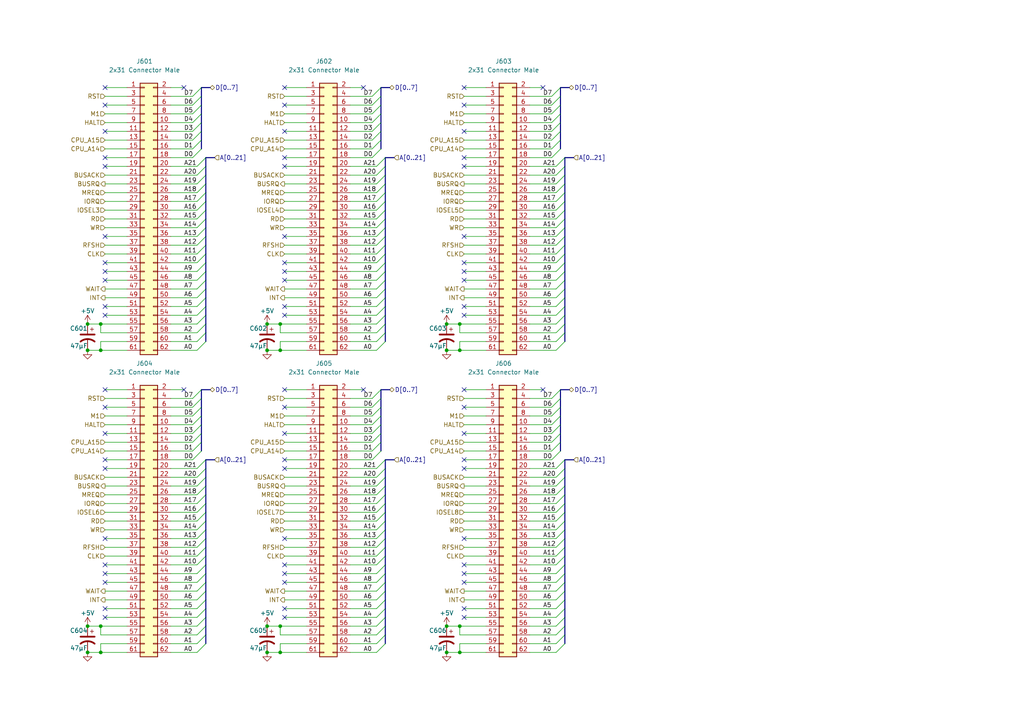
<source format=kicad_sch>
(kicad_sch (version 20211123) (generator eeschema)
  (paper "A4")
  (title_block (title "Computer") (date "2021-02-23") (rev "v1.0") (company "B.W. Harrison") (comment 4 "Six 62-pin connectors for expanding the functionality of the system."))
  (junction (at 25.4 189.23))
  (junction (at 133.35 93.98))
  (junction (at 81.28 93.98))
  (junction (at 81.28 181.61))
  (junction (at 77.47 101.6))
  (junction (at 29.21 101.6))
  (junction (at 25.4 181.61))
  (junction (at 133.35 181.61))
  (junction (at 129.54 189.23))
  (junction (at 129.54 101.6))
  (junction (at 25.4 93.98))
  (junction (at 29.21 181.61))
  (junction (at 25.4 101.6))
  (junction (at 81.28 189.23))
  (junction (at 81.28 101.6))
  (junction (at 77.47 181.61))
  (junction (at 129.54 93.98))
  (junction (at 29.21 93.98))
  (junction (at 77.47 93.98))
  (junction (at 133.35 101.6))
  (junction (at 29.21 189.23))
  (junction (at 129.54 181.61))
  (junction (at 133.35 189.23))
  (junction (at 77.47 189.23))
  (no_connect (at 30.48 76.2))
  (no_connect (at 82.55 48.26))
  (no_connect (at 134.62 125.73))
  (no_connect (at 82.55 78.74))
  (no_connect (at 82.55 168.91))
  (no_connect (at 30.48 133.35))
  (no_connect (at 82.55 38.1))
  (no_connect (at 30.48 125.73))
  (no_connect (at 30.48 113.03))
  (no_connect (at 30.48 25.4))
  (no_connect (at 157.48 113.03))
  (no_connect (at 134.62 168.91))
  (no_connect (at 30.48 88.9))
  (no_connect (at 82.55 91.44))
  (no_connect (at 82.55 76.2))
  (no_connect (at 30.48 166.37))
  (no_connect (at 134.62 133.35))
  (no_connect (at 53.34 113.03))
  (no_connect (at 82.55 135.89))
  (no_connect (at 134.62 45.72))
  (no_connect (at 82.55 156.21))
  (no_connect (at 134.62 179.07))
  (no_connect (at 30.48 30.48))
  (no_connect (at 30.48 91.44))
  (no_connect (at 134.62 25.4))
  (no_connect (at 134.62 38.1))
  (no_connect (at 134.62 81.28))
  (no_connect (at 30.48 78.74))
  (no_connect (at 134.62 135.89))
  (no_connect (at 134.62 68.58))
  (no_connect (at 134.62 48.26))
  (no_connect (at 82.55 68.58))
  (no_connect (at 30.48 168.91))
  (no_connect (at 134.62 118.11))
  (no_connect (at 82.55 30.48))
  (no_connect (at 82.55 179.07))
  (no_connect (at 82.55 176.53))
  (no_connect (at 134.62 176.53))
  (no_connect (at 53.34 25.4))
  (no_connect (at 82.55 166.37))
  (no_connect (at 82.55 81.28))
  (no_connect (at 30.48 45.72))
  (no_connect (at 30.48 118.11))
  (no_connect (at 82.55 25.4))
  (no_connect (at 30.48 135.89))
  (no_connect (at 30.48 48.26))
  (no_connect (at 134.62 166.37))
  (no_connect (at 82.55 125.73))
  (no_connect (at 30.48 68.58))
  (no_connect (at 105.41 113.03))
  (no_connect (at 157.48 25.4))
  (no_connect (at 134.62 113.03))
  (no_connect (at 134.62 88.9))
  (no_connect (at 30.48 156.21))
  (no_connect (at 30.48 81.28))
  (no_connect (at 134.62 163.83))
  (no_connect (at 82.55 163.83))
  (no_connect (at 30.48 176.53))
  (no_connect (at 134.62 78.74))
  (no_connect (at 82.55 45.72))
  (no_connect (at 134.62 76.2))
  (no_connect (at 105.41 25.4))
  (no_connect (at 82.55 133.35))
  (no_connect (at 82.55 113.03))
  (no_connect (at 30.48 179.07))
  (no_connect (at 134.62 30.48))
  (no_connect (at 30.48 38.1))
  (no_connect (at 134.62 91.44))
  (no_connect (at 82.55 88.9))
  (no_connect (at 30.48 163.83))
  (no_connect (at 82.55 118.11))
  (no_connect (at 134.62 156.21))
  (bus_entry (at 57.15 140.97) (size 2.54 -2.54))
  (bus_entry (at 107.95 30.48) (size 2.54 -2.54))
  (bus_entry (at 107.95 115.57) (size 2.54 -2.54))
  (bus_entry (at 107.95 120.65) (size 2.54 -2.54))
  (bus_entry (at 55.88 40.64) (size 2.54 -2.54))
  (bus_entry (at 57.15 73.66) (size 2.54 -2.54))
  (bus_entry (at 109.22 93.98) (size 2.54 -2.54))
  (bus_entry (at 57.15 156.21) (size 2.54 -2.54))
  (bus_entry (at 107.95 40.64) (size 2.54 -2.54))
  (bus_entry (at 160.02 133.35) (size 2.54 -2.54))
  (bus_entry (at 161.29 55.88) (size 2.54 -2.54))
  (bus_entry (at 161.29 173.99) (size 2.54 -2.54))
  (bus_entry (at 57.15 76.2) (size 2.54 -2.54))
  (bus_entry (at 57.15 99.06) (size 2.54 -2.54))
  (bus_entry (at 109.22 88.9) (size 2.54 -2.54))
  (bus_entry (at 161.29 171.45) (size 2.54 -2.54))
  (bus_entry (at 160.02 125.73) (size 2.54 -2.54))
  (bus_entry (at 107.95 123.19) (size 2.54 -2.54))
  (bus_entry (at 55.88 130.81) (size 2.54 -2.54))
  (bus_entry (at 161.29 148.59) (size 2.54 -2.54))
  (bus_entry (at 161.29 161.29) (size 2.54 -2.54))
  (bus_entry (at 107.95 33.02) (size 2.54 -2.54))
  (bus_entry (at 55.88 115.57) (size 2.54 -2.54))
  (bus_entry (at 57.15 60.96) (size 2.54 -2.54))
  (bus_entry (at 57.15 158.75) (size 2.54 -2.54))
  (bus_entry (at 161.29 156.21) (size 2.54 -2.54))
  (bus_entry (at 160.02 120.65) (size 2.54 -2.54))
  (bus_entry (at 57.15 93.98) (size 2.54 -2.54))
  (bus_entry (at 161.29 176.53) (size 2.54 -2.54))
  (bus_entry (at 57.15 168.91) (size 2.54 -2.54))
  (bus_entry (at 160.02 130.81) (size 2.54 -2.54))
  (bus_entry (at 161.29 86.36) (size 2.54 -2.54))
  (bus_entry (at 107.95 35.56) (size 2.54 -2.54))
  (bus_entry (at 57.15 78.74) (size 2.54 -2.54))
  (bus_entry (at 161.29 163.83) (size 2.54 -2.54))
  (bus_entry (at 109.22 66.04) (size 2.54 -2.54))
  (bus_entry (at 161.29 63.5) (size 2.54 -2.54))
  (bus_entry (at 57.15 153.67) (size 2.54 -2.54))
  (bus_entry (at 109.22 60.96) (size 2.54 -2.54))
  (bus_entry (at 57.15 88.9) (size 2.54 -2.54))
  (bus_entry (at 109.22 161.29) (size 2.54 -2.54))
  (bus_entry (at 161.29 166.37) (size 2.54 -2.54))
  (bus_entry (at 57.15 81.28) (size 2.54 -2.54))
  (bus_entry (at 55.88 118.11) (size 2.54 -2.54))
  (bus_entry (at 57.15 91.44) (size 2.54 -2.54))
  (bus_entry (at 109.22 53.34) (size 2.54 -2.54))
  (bus_entry (at 109.22 78.74) (size 2.54 -2.54))
  (bus_entry (at 161.29 81.28) (size 2.54 -2.54))
  (bus_entry (at 160.02 43.18) (size 2.54 -2.54))
  (bus_entry (at 109.22 179.07) (size 2.54 -2.54))
  (bus_entry (at 160.02 27.94) (size 2.54 -2.54))
  (bus_entry (at 109.22 151.13) (size 2.54 -2.54))
  (bus_entry (at 57.15 66.04) (size 2.54 -2.54))
  (bus_entry (at 161.29 66.04) (size 2.54 -2.54))
  (bus_entry (at 109.22 58.42) (size 2.54 -2.54))
  (bus_entry (at 109.22 55.88) (size 2.54 -2.54))
  (bus_entry (at 55.88 33.02) (size 2.54 -2.54))
  (bus_entry (at 161.29 60.96) (size 2.54 -2.54))
  (bus_entry (at 109.22 166.37) (size 2.54 -2.54))
  (bus_entry (at 109.22 153.67) (size 2.54 -2.54))
  (bus_entry (at 109.22 83.82) (size 2.54 -2.54))
  (bus_entry (at 109.22 76.2) (size 2.54 -2.54))
  (bus_entry (at 57.15 176.53) (size 2.54 -2.54))
  (bus_entry (at 57.15 83.82) (size 2.54 -2.54))
  (bus_entry (at 161.29 184.15) (size 2.54 -2.54))
  (bus_entry (at 161.29 186.69) (size 2.54 -2.54))
  (bus_entry (at 160.02 115.57) (size 2.54 -2.54))
  (bus_entry (at 161.29 91.44) (size 2.54 -2.54))
  (bus_entry (at 109.22 181.61) (size 2.54 -2.54))
  (bus_entry (at 55.88 120.65) (size 2.54 -2.54))
  (bus_entry (at 161.29 88.9) (size 2.54 -2.54))
  (bus_entry (at 109.22 173.99) (size 2.54 -2.54))
  (bus_entry (at 57.15 48.26) (size 2.54 -2.54))
  (bus_entry (at 161.29 101.6) (size 2.54 -2.54))
  (bus_entry (at 55.88 45.72) (size 2.54 -2.54))
  (bus_entry (at 161.29 50.8) (size 2.54 -2.54))
  (bus_entry (at 57.15 163.83) (size 2.54 -2.54))
  (bus_entry (at 57.15 58.42) (size 2.54 -2.54))
  (bus_entry (at 57.15 68.58) (size 2.54 -2.54))
  (bus_entry (at 107.95 125.73) (size 2.54 -2.54))
  (bus_entry (at 55.88 38.1) (size 2.54 -2.54))
  (bus_entry (at 109.22 86.36) (size 2.54 -2.54))
  (bus_entry (at 57.15 55.88) (size 2.54 -2.54))
  (bus_entry (at 109.22 186.69) (size 2.54 -2.54))
  (bus_entry (at 57.15 189.23) (size 2.54 -2.54))
  (bus_entry (at 160.02 38.1) (size 2.54 -2.54))
  (bus_entry (at 160.02 118.11) (size 2.54 -2.54))
  (bus_entry (at 55.88 128.27) (size 2.54 -2.54))
  (bus_entry (at 57.15 179.07) (size 2.54 -2.54))
  (bus_entry (at 161.29 146.05) (size 2.54 -2.54))
  (bus_entry (at 55.88 35.56) (size 2.54 -2.54))
  (bus_entry (at 161.29 99.06) (size 2.54 -2.54))
  (bus_entry (at 161.29 48.26) (size 2.54 -2.54))
  (bus_entry (at 57.15 63.5) (size 2.54 -2.54))
  (bus_entry (at 161.29 158.75) (size 2.54 -2.54))
  (bus_entry (at 57.15 148.59) (size 2.54 -2.54))
  (bus_entry (at 161.29 143.51) (size 2.54 -2.54))
  (bus_entry (at 57.15 101.6) (size 2.54 -2.54))
  (bus_entry (at 107.95 45.72) (size 2.54 -2.54))
  (bus_entry (at 57.15 151.13) (size 2.54 -2.54))
  (bus_entry (at 57.15 135.89) (size 2.54 -2.54))
  (bus_entry (at 55.88 125.73) (size 2.54 -2.54))
  (bus_entry (at 57.15 171.45) (size 2.54 -2.54))
  (bus_entry (at 161.29 151.13) (size 2.54 -2.54))
  (bus_entry (at 57.15 181.61) (size 2.54 -2.54))
  (bus_entry (at 160.02 33.02) (size 2.54 -2.54))
  (bus_entry (at 160.02 45.72) (size 2.54 -2.54))
  (bus_entry (at 57.15 96.52) (size 2.54 -2.54))
  (bus_entry (at 161.29 58.42) (size 2.54 -2.54))
  (bus_entry (at 161.29 96.52) (size 2.54 -2.54))
  (bus_entry (at 107.95 38.1) (size 2.54 -2.54))
  (bus_entry (at 109.22 143.51) (size 2.54 -2.54))
  (bus_entry (at 109.22 71.12) (size 2.54 -2.54))
  (bus_entry (at 161.29 53.34) (size 2.54 -2.54))
  (bus_entry (at 109.22 81.28) (size 2.54 -2.54))
  (bus_entry (at 57.15 173.99) (size 2.54 -2.54))
  (bus_entry (at 109.22 156.21) (size 2.54 -2.54))
  (bus_entry (at 109.22 96.52) (size 2.54 -2.54))
  (bus_entry (at 109.22 146.05) (size 2.54 -2.54))
  (bus_entry (at 161.29 93.98) (size 2.54 -2.54))
  (bus_entry (at 161.29 73.66) (size 2.54 -2.54))
  (bus_entry (at 55.88 123.19) (size 2.54 -2.54))
  (bus_entry (at 160.02 35.56) (size 2.54 -2.54))
  (bus_entry (at 160.02 128.27) (size 2.54 -2.54))
  (bus_entry (at 109.22 50.8) (size 2.54 -2.54))
  (bus_entry (at 107.95 133.35) (size 2.54 -2.54))
  (bus_entry (at 57.15 86.36) (size 2.54 -2.54))
  (bus_entry (at 109.22 171.45) (size 2.54 -2.54))
  (bus_entry (at 57.15 166.37) (size 2.54 -2.54))
  (bus_entry (at 109.22 68.58) (size 2.54 -2.54))
  (bus_entry (at 109.22 63.5) (size 2.54 -2.54))
  (bus_entry (at 161.29 140.97) (size 2.54 -2.54))
  (bus_entry (at 161.29 71.12) (size 2.54 -2.54))
  (bus_entry (at 109.22 73.66) (size 2.54 -2.54))
  (bus_entry (at 57.15 138.43) (size 2.54 -2.54))
  (bus_entry (at 107.95 43.18) (size 2.54 -2.54))
  (bus_entry (at 109.22 91.44) (size 2.54 -2.54))
  (bus_entry (at 109.22 135.89) (size 2.54 -2.54))
  (bus_entry (at 57.15 184.15) (size 2.54 -2.54))
  (bus_entry (at 57.15 146.05) (size 2.54 -2.54))
  (bus_entry (at 109.22 148.59) (size 2.54 -2.54))
  (bus_entry (at 57.15 143.51) (size 2.54 -2.54))
  (bus_entry (at 161.29 68.58) (size 2.54 -2.54))
  (bus_entry (at 160.02 40.64) (size 2.54 -2.54))
  (bus_entry (at 107.95 130.81) (size 2.54 -2.54))
  (bus_entry (at 57.15 50.8) (size 2.54 -2.54))
  (bus_entry (at 57.15 71.12) (size 2.54 -2.54))
  (bus_entry (at 107.95 118.11) (size 2.54 -2.54))
  (bus_entry (at 55.88 43.18) (size 2.54 -2.54))
  (bus_entry (at 57.15 161.29) (size 2.54 -2.54))
  (bus_entry (at 109.22 99.06) (size 2.54 -2.54))
  (bus_entry (at 55.88 30.48) (size 2.54 -2.54))
  (bus_entry (at 161.29 181.61) (size 2.54 -2.54))
  (bus_entry (at 55.88 27.94) (size 2.54 -2.54))
  (bus_entry (at 109.22 158.75) (size 2.54 -2.54))
  (bus_entry (at 161.29 138.43) (size 2.54 -2.54))
  (bus_entry (at 55.88 133.35) (size 2.54 -2.54))
  (bus_entry (at 161.29 179.07) (size 2.54 -2.54))
  (bus_entry (at 160.02 123.19) (size 2.54 -2.54))
  (bus_entry (at 107.95 27.94) (size 2.54 -2.54))
  (bus_entry (at 161.29 76.2) (size 2.54 -2.54))
  (bus_entry (at 109.22 176.53) (size 2.54 -2.54))
  (bus_entry (at 161.29 78.74) (size 2.54 -2.54))
  (bus_entry (at 109.22 48.26) (size 2.54 -2.54))
  (bus_entry (at 57.15 53.34) (size 2.54 -2.54))
  (bus_entry (at 57.15 186.69) (size 2.54 -2.54))
  (bus_entry (at 107.95 128.27) (size 2.54 -2.54))
  (bus_entry (at 161.29 83.82) (size 2.54 -2.54))
  (bus_entry (at 109.22 184.15) (size 2.54 -2.54))
  (bus_entry (at 109.22 168.91) (size 2.54 -2.54))
  (bus_entry (at 161.29 189.23) (size 2.54 -2.54))
  (bus_entry (at 109.22 138.43) (size 2.54 -2.54))
  (bus_entry (at 161.29 153.67) (size 2.54 -2.54))
  (bus_entry (at 109.22 189.23) (size 2.54 -2.54))
  (bus_entry (at 160.02 30.48) (size 2.54 -2.54))
  (bus_entry (at 161.29 135.89) (size 2.54 -2.54))
  (bus_entry (at 109.22 140.97) (size 2.54 -2.54))
  (bus_entry (at 109.22 101.6) (size 2.54 -2.54))
  (bus_entry (at 161.29 168.91) (size 2.54 -2.54))
  (bus_entry (at 109.22 163.83) (size 2.54 -2.54))
  (bus (pts (xy 59.69 50.8) (xy 59.69 53.34)))
  (wire (pts (xy 30.48 153.67) (xy 36.83 153.67)))
  (bus (pts (xy 163.83 76.2) (xy 163.83 78.74)))
  (wire (pts (xy 30.48 68.58) (xy 36.83 68.58)))
  (wire (pts (xy 49.53 158.75) (xy 57.15 158.75)))
  (bus (pts (xy 163.83 58.42) (xy 163.83 60.96)))
  (wire (pts (xy 101.6 168.91) (xy 109.22 168.91)))
  (bus (pts (xy 162.56 113.03) (xy 165.1 113.03)))
  (wire (pts (xy 153.67 113.03) (xy 157.48 113.03)))
  (bus (pts (xy 163.83 45.72) (xy 166.37 45.72)))
  (wire (pts (xy 30.48 73.66) (xy 36.83 73.66)))
  (wire (pts (xy 134.62 33.02) (xy 140.97 33.02)))
  (bus (pts (xy 59.69 158.75) (xy 59.69 161.29)))
  (bus (pts (xy 162.56 118.11) (xy 162.56 120.65)))
  (wire (pts (xy 153.67 163.83) (xy 161.29 163.83)))
  (wire (pts (xy 30.48 179.07) (xy 36.83 179.07)))
  (bus (pts (xy 58.42 120.65) (xy 58.42 123.19)))
  (wire (pts (xy 134.62 156.21) (xy 140.97 156.21)))
  (wire (pts (xy 153.67 71.12) (xy 161.29 71.12)))
  (wire (pts (xy 134.62 130.81) (xy 140.97 130.81)))
  (wire (pts (xy 134.62 86.36) (xy 140.97 86.36)))
  (wire (pts (xy 153.67 128.27) (xy 160.02 128.27)))
  (wire (pts (xy 30.48 135.89) (xy 36.83 135.89)))
  (wire (pts (xy 49.53 43.18) (xy 55.88 43.18)))
  (wire (pts (xy 134.62 81.28) (xy 140.97 81.28)))
  (wire (pts (xy 49.53 66.04) (xy 57.15 66.04)))
  (bus (pts (xy 59.69 76.2) (xy 59.69 78.74)))
  (bus (pts (xy 163.83 143.51) (xy 163.83 146.05)))
  (wire (pts (xy 101.6 35.56) (xy 107.95 35.56)))
  (bus (pts (xy 110.49 27.94) (xy 110.49 30.48)))
  (wire (pts (xy 49.53 27.94) (xy 55.88 27.94)))
  (wire (pts (xy 30.48 133.35) (xy 36.83 133.35)))
  (wire (pts (xy 101.6 171.45) (xy 109.22 171.45)))
  (bus (pts (xy 110.49 25.4) (xy 110.49 27.94)))
  (wire (pts (xy 30.48 40.64) (xy 36.83 40.64)))
  (wire (pts (xy 153.67 60.96) (xy 161.29 60.96)))
  (wire (pts (xy 49.53 86.36) (xy 57.15 86.36)))
  (wire (pts (xy 101.6 179.07) (xy 109.22 179.07)))
  (wire (pts (xy 101.6 173.99) (xy 109.22 173.99)))
  (wire (pts (xy 30.48 118.11) (xy 36.83 118.11)))
  (bus (pts (xy 163.83 135.89) (xy 163.83 138.43)))
  (wire (pts (xy 81.28 96.52) (xy 88.9 96.52)))
  (bus (pts (xy 163.83 138.43) (xy 163.83 140.97)))
  (bus (pts (xy 163.83 93.98) (xy 163.83 96.52)))
  (wire (pts (xy 153.67 153.67) (xy 161.29 153.67)))
  (wire (pts (xy 49.53 78.74) (xy 57.15 78.74)))
  (wire (pts (xy 134.62 113.03) (xy 140.97 113.03)))
  (wire (pts (xy 134.62 163.83) (xy 140.97 163.83)))
  (bus (pts (xy 163.83 83.82) (xy 163.83 86.36)))
  (bus (pts (xy 163.83 71.12) (xy 163.83 73.66)))
  (wire (pts (xy 30.48 58.42) (xy 36.83 58.42)))
  (bus (pts (xy 59.69 45.72) (xy 59.69 48.26)))
  (wire (pts (xy 153.67 78.74) (xy 161.29 78.74)))
  (wire (pts (xy 82.55 148.59) (xy 88.9 148.59)))
  (bus (pts (xy 111.76 163.83) (xy 111.76 166.37)))
  (bus (pts (xy 163.83 133.35) (xy 166.37 133.35)))
  (wire (pts (xy 101.6 133.35) (xy 107.95 133.35)))
  (wire (pts (xy 134.62 43.18) (xy 140.97 43.18)))
  (bus (pts (xy 163.83 173.99) (xy 163.83 176.53)))
  (wire (pts (xy 101.6 71.12) (xy 109.22 71.12)))
  (wire (pts (xy 153.67 50.8) (xy 161.29 50.8)))
  (wire (pts (xy 77.47 101.6) (xy 81.28 101.6)))
  (bus (pts (xy 111.76 45.72) (xy 111.76 48.26)))
  (wire (pts (xy 49.53 25.4) (xy 53.34 25.4)))
  (wire (pts (xy 30.48 128.27) (xy 36.83 128.27)))
  (wire (pts (xy 49.53 55.88) (xy 57.15 55.88)))
  (wire (pts (xy 101.6 130.81) (xy 107.95 130.81)))
  (wire (pts (xy 101.6 158.75) (xy 109.22 158.75)))
  (wire (pts (xy 49.53 91.44) (xy 57.15 91.44)))
  (wire (pts (xy 82.55 113.03) (xy 88.9 113.03)))
  (wire (pts (xy 134.62 68.58) (xy 140.97 68.58)))
  (wire (pts (xy 29.21 101.6) (xy 29.21 99.06)))
  (wire (pts (xy 153.67 43.18) (xy 160.02 43.18)))
  (bus (pts (xy 111.76 173.99) (xy 111.76 176.53)))
  (wire (pts (xy 153.67 81.28) (xy 161.29 81.28)))
  (wire (pts (xy 82.55 153.67) (xy 88.9 153.67)))
  (wire (pts (xy 29.21 101.6) (xy 36.83 101.6)))
  (bus (pts (xy 162.56 27.94) (xy 162.56 30.48)))
  (bus (pts (xy 59.69 179.07) (xy 59.69 181.61)))
  (wire (pts (xy 101.6 189.23) (xy 109.22 189.23)))
  (wire (pts (xy 30.48 63.5) (xy 36.83 63.5)))
  (bus (pts (xy 59.69 143.51) (xy 59.69 146.05)))
  (wire (pts (xy 30.48 146.05) (xy 36.83 146.05)))
  (bus (pts (xy 110.49 113.03) (xy 110.49 115.57)))
  (bus (pts (xy 110.49 123.19) (xy 110.49 125.73)))
  (wire (pts (xy 25.4 181.61) (xy 29.21 181.61)))
  (bus (pts (xy 59.69 73.66) (xy 59.69 76.2)))
  (wire (pts (xy 153.67 55.88) (xy 161.29 55.88)))
  (bus (pts (xy 163.83 48.26) (xy 163.83 50.8)))
  (wire (pts (xy 30.48 83.82) (xy 36.83 83.82)))
  (wire (pts (xy 49.53 138.43) (xy 57.15 138.43)))
  (bus (pts (xy 59.69 71.12) (xy 59.69 73.66)))
  (wire (pts (xy 82.55 83.82) (xy 88.9 83.82)))
  (wire (pts (xy 30.48 55.88) (xy 36.83 55.88)))
  (wire (pts (xy 82.55 161.29) (xy 88.9 161.29)))
  (wire (pts (xy 49.53 88.9) (xy 57.15 88.9)))
  (wire (pts (xy 101.6 60.96) (xy 109.22 60.96)))
  (bus (pts (xy 162.56 33.02) (xy 162.56 35.56)))
  (wire (pts (xy 153.67 140.97) (xy 161.29 140.97)))
  (bus (pts (xy 59.69 156.21) (xy 59.69 158.75)))
  (bus (pts (xy 110.49 118.11) (xy 110.49 120.65)))
  (bus (pts (xy 162.56 125.73) (xy 162.56 128.27)))
  (bus (pts (xy 110.49 40.64) (xy 110.49 43.18)))
  (wire (pts (xy 30.48 123.19) (xy 36.83 123.19)))
  (wire (pts (xy 101.6 115.57) (xy 107.95 115.57)))
  (wire (pts (xy 82.55 58.42) (xy 88.9 58.42)))
  (wire (pts (xy 77.47 181.61) (xy 81.28 181.61)))
  (wire (pts (xy 101.6 153.67) (xy 109.22 153.67)))
  (wire (pts (xy 30.48 138.43) (xy 36.83 138.43)))
  (bus (pts (xy 111.76 71.12) (xy 111.76 73.66)))
  (bus (pts (xy 163.83 55.88) (xy 163.83 58.42)))
  (wire (pts (xy 133.35 181.61) (xy 140.97 181.61)))
  (bus (pts (xy 111.76 143.51) (xy 111.76 146.05)))
  (bus (pts (xy 59.69 133.35) (xy 62.23 133.35)))
  (bus (pts (xy 162.56 115.57) (xy 162.56 118.11)))
  (wire (pts (xy 30.48 151.13) (xy 36.83 151.13)))
  (wire (pts (xy 30.48 53.34) (xy 36.83 53.34)))
  (bus (pts (xy 163.83 176.53) (xy 163.83 179.07)))
  (bus (pts (xy 162.56 123.19) (xy 162.56 125.73)))
  (wire (pts (xy 49.53 96.52) (xy 57.15 96.52)))
  (wire (pts (xy 153.67 45.72) (xy 160.02 45.72)))
  (wire (pts (xy 30.48 35.56) (xy 36.83 35.56)))
  (wire (pts (xy 49.53 40.64) (xy 55.88 40.64)))
  (bus (pts (xy 163.83 171.45) (xy 163.83 173.99)))
  (wire (pts (xy 101.6 40.64) (xy 107.95 40.64)))
  (wire (pts (xy 82.55 91.44) (xy 88.9 91.44)))
  (wire (pts (xy 153.67 73.66) (xy 161.29 73.66)))
  (wire (pts (xy 153.67 53.34) (xy 161.29 53.34)))
  (bus (pts (xy 58.42 35.56) (xy 58.42 38.1)))
  (wire (pts (xy 134.62 40.64) (xy 140.97 40.64)))
  (wire (pts (xy 49.53 71.12) (xy 57.15 71.12)))
  (bus (pts (xy 58.42 113.03) (xy 60.96 113.03)))
  (bus (pts (xy 58.42 27.94) (xy 58.42 30.48)))
  (wire (pts (xy 49.53 120.65) (xy 55.88 120.65)))
  (wire (pts (xy 153.67 176.53) (xy 161.29 176.53)))
  (bus (pts (xy 163.83 184.15) (xy 163.83 186.69)))
  (wire (pts (xy 82.55 133.35) (xy 88.9 133.35)))
  (bus (pts (xy 111.76 55.88) (xy 111.76 58.42)))
  (wire (pts (xy 30.48 66.04) (xy 36.83 66.04)))
  (wire (pts (xy 49.53 35.56) (xy 55.88 35.56)))
  (wire (pts (xy 134.62 71.12) (xy 140.97 71.12)))
  (wire (pts (xy 49.53 186.69) (xy 57.15 186.69)))
  (wire (pts (xy 153.67 166.37) (xy 161.29 166.37)))
  (wire (pts (xy 82.55 146.05) (xy 88.9 146.05)))
  (wire (pts (xy 153.67 130.81) (xy 160.02 130.81)))
  (wire (pts (xy 153.67 83.82) (xy 161.29 83.82)))
  (wire (pts (xy 101.6 58.42) (xy 109.22 58.42)))
  (wire (pts (xy 134.62 125.73) (xy 140.97 125.73)))
  (wire (pts (xy 101.6 96.52) (xy 109.22 96.52)))
  (wire (pts (xy 82.55 60.96) (xy 88.9 60.96)))
  (bus (pts (xy 110.49 120.65) (xy 110.49 123.19)))
  (wire (pts (xy 82.55 76.2) (xy 88.9 76.2)))
  (wire (pts (xy 134.62 76.2) (xy 140.97 76.2)))
  (bus (pts (xy 162.56 38.1) (xy 162.56 40.64)))
  (bus (pts (xy 111.76 60.96) (xy 111.76 63.5)))
  (wire (pts (xy 153.67 151.13) (xy 161.29 151.13)))
  (wire (pts (xy 153.67 138.43) (xy 161.29 138.43)))
  (wire (pts (xy 49.53 113.03) (xy 53.34 113.03)))
  (wire (pts (xy 49.53 115.57) (xy 55.88 115.57)))
  (wire (pts (xy 134.62 73.66) (xy 140.97 73.66)))
  (bus (pts (xy 59.69 151.13) (xy 59.69 153.67)))
  (wire (pts (xy 82.55 138.43) (xy 88.9 138.43)))
  (wire (pts (xy 30.48 161.29) (xy 36.83 161.29)))
  (bus (pts (xy 59.69 48.26) (xy 59.69 50.8)))
  (wire (pts (xy 134.62 140.97) (xy 140.97 140.97)))
  (wire (pts (xy 29.21 189.23) (xy 29.21 186.69)))
  (wire (pts (xy 49.53 189.23) (xy 57.15 189.23)))
  (bus (pts (xy 59.69 88.9) (xy 59.69 91.44)))
  (bus (pts (xy 163.83 146.05) (xy 163.83 148.59)))
  (wire (pts (xy 134.62 143.51) (xy 140.97 143.51)))
  (wire (pts (xy 82.55 30.48) (xy 88.9 30.48)))
  (wire (pts (xy 134.62 179.07) (xy 140.97 179.07)))
  (wire (pts (xy 101.6 140.97) (xy 109.22 140.97)))
  (wire (pts (xy 134.62 148.59) (xy 140.97 148.59)))
  (wire (pts (xy 101.6 66.04) (xy 109.22 66.04)))
  (wire (pts (xy 153.67 156.21) (xy 161.29 156.21)))
  (bus (pts (xy 163.83 78.74) (xy 163.83 81.28)))
  (wire (pts (xy 153.67 25.4) (xy 157.48 25.4)))
  (bus (pts (xy 162.56 35.56) (xy 162.56 38.1)))
  (wire (pts (xy 134.62 88.9) (xy 140.97 88.9)))
  (wire (pts (xy 133.35 186.69) (xy 140.97 186.69)))
  (wire (pts (xy 49.53 63.5) (xy 57.15 63.5)))
  (wire (pts (xy 153.67 171.45) (xy 161.29 171.45)))
  (bus (pts (xy 58.42 118.11) (xy 58.42 120.65)))
  (wire (pts (xy 153.67 101.6) (xy 161.29 101.6)))
  (bus (pts (xy 111.76 83.82) (xy 111.76 86.36)))
  (wire (pts (xy 101.6 128.27) (xy 107.95 128.27)))
  (bus (pts (xy 111.76 135.89) (xy 111.76 138.43)))
  (wire (pts (xy 49.53 93.98) (xy 57.15 93.98)))
  (wire (pts (xy 81.28 93.98) (xy 81.28 96.52)))
  (wire (pts (xy 49.53 99.06) (xy 57.15 99.06)))
  (wire (pts (xy 30.48 45.72) (xy 36.83 45.72)))
  (wire (pts (xy 82.55 78.74) (xy 88.9 78.74)))
  (bus (pts (xy 59.69 181.61) (xy 59.69 184.15)))
  (wire (pts (xy 49.53 143.51) (xy 57.15 143.51)))
  (wire (pts (xy 30.48 43.18) (xy 36.83 43.18)))
  (wire (pts (xy 134.62 128.27) (xy 140.97 128.27)))
  (wire (pts (xy 134.62 135.89) (xy 140.97 135.89)))
  (bus (pts (xy 59.69 153.67) (xy 59.69 156.21)))
  (bus (pts (xy 111.76 50.8) (xy 111.76 53.34)))
  (wire (pts (xy 30.48 71.12) (xy 36.83 71.12)))
  (bus (pts (xy 111.76 81.28) (xy 111.76 83.82)))
  (wire (pts (xy 82.55 88.9) (xy 88.9 88.9)))
  (bus (pts (xy 163.83 96.52) (xy 163.83 99.06)))
  (bus (pts (xy 163.83 45.72) (xy 163.83 48.26)))
  (wire (pts (xy 133.35 189.23) (xy 133.35 186.69)))
  (wire (pts (xy 134.62 120.65) (xy 140.97 120.65)))
  (wire (pts (xy 82.55 156.21) (xy 88.9 156.21)))
  (wire (pts (xy 153.67 63.5) (xy 161.29 63.5)))
  (wire (pts (xy 30.48 156.21) (xy 36.83 156.21)))
  (wire (pts (xy 49.53 101.6) (xy 57.15 101.6)))
  (bus (pts (xy 163.83 153.67) (xy 163.83 156.21)))
  (wire (pts (xy 49.53 81.28) (xy 57.15 81.28)))
  (wire (pts (xy 30.48 148.59) (xy 36.83 148.59)))
  (wire (pts (xy 29.21 181.61) (xy 36.83 181.61)))
  (wire (pts (xy 153.67 33.02) (xy 160.02 33.02)))
  (wire (pts (xy 30.48 50.8) (xy 36.83 50.8)))
  (wire (pts (xy 153.67 161.29) (xy 161.29 161.29)))
  (wire (pts (xy 101.6 30.48) (xy 107.95 30.48)))
  (bus (pts (xy 111.76 151.13) (xy 111.76 153.67)))
  (bus (pts (xy 59.69 173.99) (xy 59.69 176.53)))
  (wire (pts (xy 134.62 45.72) (xy 140.97 45.72)))
  (bus (pts (xy 58.42 38.1) (xy 58.42 40.64)))
  (wire (pts (xy 101.6 50.8) (xy 109.22 50.8)))
  (bus (pts (xy 59.69 55.88) (xy 59.69 58.42)))
  (wire (pts (xy 134.62 53.34) (xy 140.97 53.34)))
  (bus (pts (xy 111.76 146.05) (xy 111.76 148.59)))
  (wire (pts (xy 101.6 25.4) (xy 105.41 25.4)))
  (wire (pts (xy 25.4 93.98) (xy 29.21 93.98)))
  (bus (pts (xy 111.76 148.59) (xy 111.76 151.13)))
  (bus (pts (xy 111.76 53.34) (xy 111.76 55.88)))
  (bus (pts (xy 163.83 88.9) (xy 163.83 91.44)))
  (wire (pts (xy 49.53 181.61) (xy 57.15 181.61)))
  (wire (pts (xy 49.53 148.59) (xy 57.15 148.59)))
  (wire (pts (xy 29.21 186.69) (xy 36.83 186.69)))
  (bus (pts (xy 58.42 33.02) (xy 58.42 35.56)))
  (wire (pts (xy 134.62 55.88) (xy 140.97 55.88)))
  (wire (pts (xy 153.67 133.35) (xy 160.02 133.35)))
  (bus (pts (xy 111.76 63.5) (xy 111.76 66.04)))
  (wire (pts (xy 49.53 171.45) (xy 57.15 171.45)))
  (wire (pts (xy 30.48 33.02) (xy 36.83 33.02)))
  (wire (pts (xy 153.67 125.73) (xy 160.02 125.73)))
  (bus (pts (xy 111.76 181.61) (xy 111.76 184.15)))
  (bus (pts (xy 59.69 45.72) (xy 62.23 45.72)))
  (wire (pts (xy 129.54 101.6) (xy 133.35 101.6)))
  (wire (pts (xy 29.21 181.61) (xy 29.21 184.15)))
  (wire (pts (xy 49.53 128.27) (xy 55.88 128.27)))
  (wire (pts (xy 49.53 166.37) (xy 57.15 166.37)))
  (wire (pts (xy 101.6 113.03) (xy 105.41 113.03)))
  (bus (pts (xy 59.69 81.28) (xy 59.69 83.82)))
  (wire (pts (xy 49.53 161.29) (xy 57.15 161.29)))
  (bus (pts (xy 162.56 25.4) (xy 162.56 27.94)))
  (bus (pts (xy 58.42 30.48) (xy 58.42 33.02)))
  (wire (pts (xy 101.6 123.19) (xy 107.95 123.19)))
  (bus (pts (xy 163.83 179.07) (xy 163.83 181.61)))
  (wire (pts (xy 82.55 171.45) (xy 88.9 171.45)))
  (bus (pts (xy 58.42 115.57) (xy 58.42 118.11)))
  (wire (pts (xy 101.6 186.69) (xy 109.22 186.69)))
  (wire (pts (xy 30.48 171.45) (xy 36.83 171.45)))
  (wire (pts (xy 82.55 143.51) (xy 88.9 143.51)))
  (wire (pts (xy 134.62 168.91) (xy 140.97 168.91)))
  (wire (pts (xy 29.21 189.23) (xy 36.83 189.23)))
  (wire (pts (xy 134.62 153.67) (xy 140.97 153.67)))
  (wire (pts (xy 134.62 123.19) (xy 140.97 123.19)))
  (bus (pts (xy 58.42 113.03) (xy 58.42 115.57)))
  (wire (pts (xy 153.67 93.98) (xy 161.29 93.98)))
  (wire (pts (xy 49.53 58.42) (xy 57.15 58.42)))
  (bus (pts (xy 111.76 133.35) (xy 114.3 133.35)))
  (bus (pts (xy 163.83 63.5) (xy 163.83 66.04)))
  (wire (pts (xy 134.62 83.82) (xy 140.97 83.82)))
  (bus (pts (xy 110.49 30.48) (xy 110.49 33.02)))
  (wire (pts (xy 82.55 130.81) (xy 88.9 130.81)))
  (wire (pts (xy 82.55 166.37) (xy 88.9 166.37)))
  (wire (pts (xy 134.62 138.43) (xy 140.97 138.43)))
  (wire (pts (xy 153.67 118.11) (xy 160.02 118.11)))
  (wire (pts (xy 49.53 151.13) (xy 57.15 151.13)))
  (wire (pts (xy 82.55 118.11) (xy 88.9 118.11)))
  (wire (pts (xy 82.55 53.34) (xy 88.9 53.34)))
  (wire (pts (xy 49.53 168.91) (xy 57.15 168.91)))
  (wire (pts (xy 30.48 125.73) (xy 36.83 125.73)))
  (wire (pts (xy 134.62 146.05) (xy 140.97 146.05)))
  (wire (pts (xy 30.48 88.9) (xy 36.83 88.9)))
  (bus (pts (xy 59.69 58.42) (xy 59.69 60.96)))
  (bus (pts (xy 111.76 96.52) (xy 111.76 99.06)))
  (bus (pts (xy 59.69 68.58) (xy 59.69 71.12)))
  (wire (pts (xy 49.53 135.89) (xy 57.15 135.89)))
  (wire (pts (xy 101.6 68.58) (xy 109.22 68.58)))
  (wire (pts (xy 101.6 151.13) (xy 109.22 151.13)))
  (wire (pts (xy 30.48 163.83) (xy 36.83 163.83)))
  (bus (pts (xy 163.83 53.34) (xy 163.83 55.88)))
  (bus (pts (xy 110.49 25.4) (xy 113.03 25.4)))
  (wire (pts (xy 153.67 30.48) (xy 160.02 30.48)))
  (wire (pts (xy 82.55 73.66) (xy 88.9 73.66)))
  (bus (pts (xy 110.49 115.57) (xy 110.49 118.11)))
  (bus (pts (xy 163.83 86.36) (xy 163.83 88.9)))
  (wire (pts (xy 82.55 135.89) (xy 88.9 135.89)))
  (wire (pts (xy 101.6 161.29) (xy 109.22 161.29)))
  (wire (pts (xy 133.35 101.6) (xy 133.35 99.06)))
  (wire (pts (xy 30.48 173.99) (xy 36.83 173.99)))
  (wire (pts (xy 49.53 30.48) (xy 55.88 30.48)))
  (wire (pts (xy 49.53 146.05) (xy 57.15 146.05)))
  (bus (pts (xy 162.56 128.27) (xy 162.56 130.81)))
  (bus (pts (xy 58.42 25.4) (xy 60.96 25.4)))
  (bus (pts (xy 163.83 50.8) (xy 163.83 53.34)))
  (bus (pts (xy 111.76 184.15) (xy 111.76 186.69)))
  (wire (pts (xy 153.67 181.61) (xy 161.29 181.61)))
  (wire (pts (xy 49.53 140.97) (xy 57.15 140.97)))
  (bus (pts (xy 111.76 166.37) (xy 111.76 168.91)))
  (bus (pts (xy 162.56 25.4) (xy 165.1 25.4)))
  (wire (pts (xy 134.62 60.96) (xy 140.97 60.96)))
  (wire (pts (xy 134.62 30.48) (xy 140.97 30.48)))
  (wire (pts (xy 82.55 128.27) (xy 88.9 128.27)))
  (bus (pts (xy 111.76 153.67) (xy 111.76 156.21)))
  (wire (pts (xy 30.48 30.48) (xy 36.83 30.48)))
  (wire (pts (xy 82.55 151.13) (xy 88.9 151.13)))
  (wire (pts (xy 82.55 50.8) (xy 88.9 50.8)))
  (wire (pts (xy 134.62 176.53) (xy 140.97 176.53)))
  (wire (pts (xy 153.67 99.06) (xy 161.29 99.06)))
  (wire (pts (xy 153.67 186.69) (xy 161.29 186.69)))
  (wire (pts (xy 101.6 156.21) (xy 109.22 156.21)))
  (bus (pts (xy 59.69 96.52) (xy 59.69 99.06)))
  (bus (pts (xy 58.42 25.4) (xy 58.42 27.94)))
  (wire (pts (xy 133.35 99.06) (xy 140.97 99.06)))
  (wire (pts (xy 153.67 189.23) (xy 161.29 189.23)))
  (wire (pts (xy 82.55 158.75) (xy 88.9 158.75)))
  (bus (pts (xy 163.83 66.04) (xy 163.83 68.58)))
  (wire (pts (xy 129.54 93.98) (xy 133.35 93.98)))
  (bus (pts (xy 58.42 123.19) (xy 58.42 125.73)))
  (wire (pts (xy 101.6 118.11) (xy 107.95 118.11)))
  (wire (pts (xy 133.35 93.98) (xy 140.97 93.98)))
  (wire (pts (xy 82.55 43.18) (xy 88.9 43.18)))
  (wire (pts (xy 153.67 148.59) (xy 161.29 148.59)))
  (wire (pts (xy 30.48 86.36) (xy 36.83 86.36)))
  (wire (pts (xy 153.67 76.2) (xy 161.29 76.2)))
  (bus (pts (xy 163.83 163.83) (xy 163.83 166.37)))
  (wire (pts (xy 30.48 168.91) (xy 36.83 168.91)))
  (bus (pts (xy 59.69 93.98) (xy 59.69 96.52)))
  (wire (pts (xy 49.53 45.72) (xy 55.88 45.72)))
  (wire (pts (xy 134.62 171.45) (xy 140.97 171.45)))
  (bus (pts (xy 59.69 53.34) (xy 59.69 55.88)))
  (wire (pts (xy 49.53 60.96) (xy 57.15 60.96)))
  (wire (pts (xy 82.55 27.94) (xy 88.9 27.94)))
  (wire (pts (xy 101.6 138.43) (xy 109.22 138.43)))
  (wire (pts (xy 134.62 35.56) (xy 140.97 35.56)))
  (wire (pts (xy 49.53 118.11) (xy 55.88 118.11)))
  (wire (pts (xy 153.67 48.26) (xy 161.29 48.26)))
  (wire (pts (xy 134.62 91.44) (xy 140.97 91.44)))
  (bus (pts (xy 111.76 58.42) (xy 111.76 60.96)))
  (wire (pts (xy 153.67 158.75) (xy 161.29 158.75)))
  (wire (pts (xy 101.6 166.37) (xy 109.22 166.37)))
  (wire (pts (xy 134.62 48.26) (xy 140.97 48.26)))
  (bus (pts (xy 111.76 86.36) (xy 111.76 88.9)))
  (wire (pts (xy 30.48 140.97) (xy 36.83 140.97)))
  (wire (pts (xy 49.53 133.35) (xy 55.88 133.35)))
  (wire (pts (xy 30.48 143.51) (xy 36.83 143.51)))
  (wire (pts (xy 101.6 76.2) (xy 109.22 76.2)))
  (wire (pts (xy 82.55 68.58) (xy 88.9 68.58)))
  (wire (pts (xy 49.53 125.73) (xy 55.88 125.73)))
  (bus (pts (xy 111.76 133.35) (xy 111.76 135.89)))
  (bus (pts (xy 110.49 38.1) (xy 110.49 40.64)))
  (wire (pts (xy 82.55 38.1) (xy 88.9 38.1)))
  (wire (pts (xy 49.53 123.19) (xy 55.88 123.19)))
  (wire (pts (xy 30.48 115.57) (xy 36.83 115.57)))
  (wire (pts (xy 153.67 27.94) (xy 160.02 27.94)))
  (bus (pts (xy 110.49 125.73) (xy 110.49 128.27)))
  (wire (pts (xy 101.6 163.83) (xy 109.22 163.83)))
  (bus (pts (xy 59.69 171.45) (xy 59.69 173.99)))
  (bus (pts (xy 59.69 176.53) (xy 59.69 179.07)))
  (bus (pts (xy 58.42 40.64) (xy 58.42 43.18)))
  (wire (pts (xy 133.35 93.98) (xy 133.35 96.52)))
  (bus (pts (xy 111.76 176.53) (xy 111.76 179.07)))
  (bus (pts (xy 162.56 40.64) (xy 162.56 43.18)))
  (bus (pts (xy 59.69 86.36) (xy 59.69 88.9)))
  (wire (pts (xy 82.55 35.56) (xy 88.9 35.56)))
  (wire (pts (xy 134.62 63.5) (xy 140.97 63.5)))
  (wire (pts (xy 82.55 66.04) (xy 88.9 66.04)))
  (wire (pts (xy 153.67 40.64) (xy 160.02 40.64)))
  (wire (pts (xy 153.67 179.07) (xy 161.29 179.07)))
  (bus (pts (xy 111.76 161.29) (xy 111.76 163.83)))
  (bus (pts (xy 163.83 161.29) (xy 163.83 163.83)))
  (bus (pts (xy 111.76 138.43) (xy 111.76 140.97)))
  (wire (pts (xy 49.53 156.21) (xy 57.15 156.21)))
  (wire (pts (xy 101.6 125.73) (xy 107.95 125.73)))
  (bus (pts (xy 59.69 78.74) (xy 59.69 81.28)))
  (wire (pts (xy 30.48 25.4) (xy 36.83 25.4)))
  (bus (pts (xy 111.76 68.58) (xy 111.76 71.12)))
  (wire (pts (xy 81.28 101.6) (xy 88.9 101.6)))
  (wire (pts (xy 49.53 179.07) (xy 57.15 179.07)))
  (wire (pts (xy 49.53 53.34) (xy 57.15 53.34)))
  (wire (pts (xy 101.6 120.65) (xy 107.95 120.65)))
  (wire (pts (xy 30.48 38.1) (xy 36.83 38.1)))
  (bus (pts (xy 162.56 30.48) (xy 162.56 33.02)))
  (wire (pts (xy 134.62 166.37) (xy 140.97 166.37)))
  (bus (pts (xy 59.69 66.04) (xy 59.69 68.58)))
  (wire (pts (xy 29.21 93.98) (xy 29.21 96.52)))
  (wire (pts (xy 82.55 125.73) (xy 88.9 125.73)))
  (bus (pts (xy 162.56 113.03) (xy 162.56 115.57)))
  (bus (pts (xy 163.83 140.97) (xy 163.83 143.51)))
  (wire (pts (xy 153.67 35.56) (xy 160.02 35.56)))
  (bus (pts (xy 59.69 163.83) (xy 59.69 166.37)))
  (wire (pts (xy 101.6 181.61) (xy 109.22 181.61)))
  (wire (pts (xy 82.55 63.5) (xy 88.9 63.5)))
  (bus (pts (xy 110.49 35.56) (xy 110.49 38.1)))
  (wire (pts (xy 134.62 151.13) (xy 140.97 151.13)))
  (wire (pts (xy 30.48 91.44) (xy 36.83 91.44)))
  (wire (pts (xy 134.62 158.75) (xy 140.97 158.75)))
  (wire (pts (xy 81.28 181.61) (xy 88.9 181.61)))
  (wire (pts (xy 82.55 168.91) (xy 88.9 168.91)))
  (wire (pts (xy 49.53 176.53) (xy 57.15 176.53)))
  (wire (pts (xy 134.62 27.94) (xy 140.97 27.94)))
  (bus (pts (xy 163.83 181.61) (xy 163.83 184.15)))
  (bus (pts (xy 163.83 148.59) (xy 163.83 151.13)))
  (bus (pts (xy 111.76 48.26) (xy 111.76 50.8)))
  (wire (pts (xy 81.28 189.23) (xy 88.9 189.23)))
  (bus (pts (xy 163.83 60.96) (xy 163.83 63.5)))
  (bus (pts (xy 111.76 91.44) (xy 111.76 93.98)))
  (wire (pts (xy 153.67 184.15) (xy 161.29 184.15)))
  (wire (pts (xy 153.67 115.57) (xy 160.02 115.57)))
  (bus (pts (xy 58.42 125.73) (xy 58.42 128.27)))
  (bus (pts (xy 111.76 73.66) (xy 111.76 76.2)))
  (wire (pts (xy 134.62 161.29) (xy 140.97 161.29)))
  (bus (pts (xy 59.69 133.35) (xy 59.69 135.89)))
  (wire (pts (xy 30.48 113.03) (xy 36.83 113.03)))
  (bus (pts (xy 59.69 161.29) (xy 59.69 163.83)))
  (wire (pts (xy 49.53 130.81) (xy 55.88 130.81)))
  (wire (pts (xy 30.48 48.26) (xy 36.83 48.26)))
  (bus (pts (xy 59.69 91.44) (xy 59.69 93.98)))
  (wire (pts (xy 133.35 181.61) (xy 133.35 184.15)))
  (wire (pts (xy 153.67 86.36) (xy 161.29 86.36)))
  (wire (pts (xy 101.6 78.74) (xy 109.22 78.74)))
  (bus (pts (xy 59.69 83.82) (xy 59.69 86.36)))
  (wire (pts (xy 101.6 27.94) (xy 107.95 27.94)))
  (bus (pts (xy 111.76 156.21) (xy 111.76 158.75)))
  (wire (pts (xy 29.21 96.52) (xy 36.83 96.52)))
  (bus (pts (xy 163.83 166.37) (xy 163.83 168.91)))
  (wire (pts (xy 81.28 181.61) (xy 81.28 184.15)))
  (bus (pts (xy 59.69 168.91) (xy 59.69 171.45)))
  (wire (pts (xy 153.67 123.19) (xy 160.02 123.19)))
  (wire (pts (xy 133.35 101.6) (xy 140.97 101.6)))
  (wire (pts (xy 101.6 146.05) (xy 109.22 146.05)))
  (bus (pts (xy 59.69 140.97) (xy 59.69 143.51)))
  (wire (pts (xy 134.62 25.4) (xy 140.97 25.4)))
  (wire (pts (xy 30.48 81.28) (xy 36.83 81.28)))
  (bus (pts (xy 163.83 81.28) (xy 163.83 83.82)))
  (wire (pts (xy 134.62 78.74) (xy 140.97 78.74)))
  (wire (pts (xy 49.53 33.02) (xy 55.88 33.02)))
  (wire (pts (xy 101.6 148.59) (xy 109.22 148.59)))
  (wire (pts (xy 134.62 133.35) (xy 140.97 133.35)))
  (bus (pts (xy 163.83 73.66) (xy 163.83 76.2)))
  (bus (pts (xy 163.83 168.91) (xy 163.83 171.45)))
  (wire (pts (xy 153.67 68.58) (xy 161.29 68.58)))
  (wire (pts (xy 153.67 91.44) (xy 161.29 91.44)))
  (wire (pts (xy 82.55 48.26) (xy 88.9 48.26)))
  (wire (pts (xy 101.6 43.18) (xy 107.95 43.18)))
  (wire (pts (xy 82.55 86.36) (xy 88.9 86.36)))
  (bus (pts (xy 163.83 91.44) (xy 163.83 93.98)))
  (wire (pts (xy 81.28 186.69) (xy 88.9 186.69)))
  (wire (pts (xy 81.28 101.6) (xy 81.28 99.06)))
  (wire (pts (xy 153.67 146.05) (xy 161.29 146.05)))
  (bus (pts (xy 162.56 120.65) (xy 162.56 123.19)))
  (wire (pts (xy 153.67 143.51) (xy 161.29 143.51)))
  (wire (pts (xy 134.62 66.04) (xy 140.97 66.04)))
  (bus (pts (xy 111.76 179.07) (xy 111.76 181.61)))
  (wire (pts (xy 77.47 189.23) (xy 81.28 189.23)))
  (bus (pts (xy 111.76 168.91) (xy 111.76 171.45)))
  (wire (pts (xy 29.21 184.15) (xy 36.83 184.15)))
  (wire (pts (xy 82.55 55.88) (xy 88.9 55.88)))
  (bus (pts (xy 111.76 66.04) (xy 111.76 68.58)))
  (wire (pts (xy 49.53 48.26) (xy 57.15 48.26)))
  (wire (pts (xy 153.67 173.99) (xy 161.29 173.99)))
  (wire (pts (xy 82.55 33.02) (xy 88.9 33.02)))
  (bus (pts (xy 59.69 148.59) (xy 59.69 151.13)))
  (wire (pts (xy 153.67 96.52) (xy 161.29 96.52)))
  (bus (pts (xy 58.42 128.27) (xy 58.42 130.81)))
  (wire (pts (xy 30.48 130.81) (xy 36.83 130.81)))
  (wire (pts (xy 82.55 71.12) (xy 88.9 71.12)))
  (wire (pts (xy 82.55 179.07) (xy 88.9 179.07)))
  (wire (pts (xy 101.6 135.89) (xy 109.22 135.89)))
  (wire (pts (xy 81.28 93.98) (xy 88.9 93.98)))
  (bus (pts (xy 111.76 158.75) (xy 111.76 161.29)))
  (wire (pts (xy 101.6 53.34) (xy 109.22 53.34)))
  (wire (pts (xy 30.48 76.2) (xy 36.83 76.2)))
  (wire (pts (xy 101.6 63.5) (xy 109.22 63.5)))
  (wire (pts (xy 101.6 73.66) (xy 109.22 73.66)))
  (wire (pts (xy 101.6 91.44) (xy 109.22 91.44)))
  (wire (pts (xy 101.6 33.02) (xy 107.95 33.02)))
  (wire (pts (xy 153.67 88.9) (xy 161.29 88.9)))
  (wire (pts (xy 30.48 158.75) (xy 36.83 158.75)))
  (wire (pts (xy 30.48 176.53) (xy 36.83 176.53)))
  (wire (pts (xy 101.6 184.15) (xy 109.22 184.15)))
  (wire (pts (xy 129.54 181.61) (xy 133.35 181.61)))
  (wire (pts (xy 30.48 78.74) (xy 36.83 78.74)))
  (wire (pts (xy 82.55 123.19) (xy 88.9 123.19)))
  (wire (pts (xy 82.55 40.64) (xy 88.9 40.64)))
  (wire (pts (xy 82.55 163.83) (xy 88.9 163.83)))
  (wire (pts (xy 30.48 120.65) (xy 36.83 120.65)))
  (wire (pts (xy 82.55 120.65) (xy 88.9 120.65)))
  (bus (pts (xy 110.49 33.02) (xy 110.49 35.56)))
  (wire (pts (xy 134.62 58.42) (xy 140.97 58.42)))
  (wire (pts (xy 133.35 189.23) (xy 140.97 189.23)))
  (wire (pts (xy 30.48 166.37) (xy 36.83 166.37)))
  (wire (pts (xy 49.53 76.2) (xy 57.15 76.2)))
  (wire (pts (xy 25.4 101.6) (xy 29.21 101.6)))
  (wire (pts (xy 134.62 38.1) (xy 140.97 38.1)))
  (bus (pts (xy 163.83 133.35) (xy 163.83 135.89)))
  (wire (pts (xy 129.54 189.23) (xy 133.35 189.23)))
  (wire (pts (xy 82.55 25.4) (xy 88.9 25.4)))
  (wire (pts (xy 82.55 140.97) (xy 88.9 140.97)))
  (wire (pts (xy 101.6 99.06) (xy 109.22 99.06)))
  (bus (pts (xy 59.69 184.15) (xy 59.69 186.69)))
  (wire (pts (xy 81.28 189.23) (xy 81.28 186.69)))
  (bus (pts (xy 163.83 68.58) (xy 163.83 71.12)))
  (bus (pts (xy 111.76 93.98) (xy 111.76 96.52)))
  (bus (pts (xy 111.76 78.74) (xy 111.76 81.28)))
  (wire (pts (xy 82.55 173.99) (xy 88.9 173.99)))
  (wire (pts (xy 101.6 101.6) (xy 109.22 101.6)))
  (wire (pts (xy 101.6 93.98) (xy 109.22 93.98)))
  (wire (pts (xy 101.6 88.9) (xy 109.22 88.9)))
  (wire (pts (xy 133.35 96.52) (xy 140.97 96.52)))
  (wire (pts (xy 153.67 135.89) (xy 161.29 135.89)))
  (wire (pts (xy 101.6 86.36) (xy 109.22 86.36)))
  (wire (pts (xy 49.53 163.83) (xy 57.15 163.83)))
  (bus (pts (xy 59.69 63.5) (xy 59.69 66.04)))
  (wire (pts (xy 101.6 48.26) (xy 109.22 48.26)))
  (wire (pts (xy 101.6 176.53) (xy 109.22 176.53)))
  (wire (pts (xy 30.48 27.94) (xy 36.83 27.94)))
  (wire (pts (xy 134.62 115.57) (xy 140.97 115.57)))
  (wire (pts (xy 134.62 173.99) (xy 140.97 173.99)))
  (wire (pts (xy 81.28 99.06) (xy 88.9 99.06)))
  (wire (pts (xy 82.55 115.57) (xy 88.9 115.57)))
  (wire (pts (xy 25.4 189.23) (xy 29.21 189.23)))
  (wire (pts (xy 81.28 184.15) (xy 88.9 184.15)))
  (bus (pts (xy 59.69 166.37) (xy 59.69 168.91)))
  (wire (pts (xy 29.21 99.06) (xy 36.83 99.06)))
  (wire (pts (xy 133.35 184.15) (xy 140.97 184.15)))
  (wire (pts (xy 101.6 38.1) (xy 107.95 38.1)))
  (wire (pts (xy 82.55 176.53) (xy 88.9 176.53)))
  (wire (pts (xy 101.6 81.28) (xy 109.22 81.28)))
  (bus (pts (xy 59.69 146.05) (xy 59.69 148.59)))
  (wire (pts (xy 153.67 38.1) (xy 160.02 38.1)))
  (bus (pts (xy 163.83 158.75) (xy 163.83 161.29)))
  (wire (pts (xy 49.53 153.67) (xy 57.15 153.67)))
  (wire (pts (xy 49.53 83.82) (xy 57.15 83.82)))
  (wire (pts (xy 77.47 93.98) (xy 81.28 93.98)))
  (wire (pts (xy 82.55 45.72) (xy 88.9 45.72)))
  (bus (pts (xy 111.76 140.97) (xy 111.76 143.51)))
  (bus (pts (xy 111.76 88.9) (xy 111.76 91.44)))
  (wire (pts (xy 153.67 66.04) (xy 161.29 66.04)))
  (wire (pts (xy 153.67 120.65) (xy 160.02 120.65)))
  (wire (pts (xy 49.53 173.99) (xy 57.15 173.99)))
  (bus (pts (xy 111.76 45.72) (xy 114.3 45.72)))
  (wire (pts (xy 82.55 81.28) (xy 88.9 81.28)))
  (bus (pts (xy 110.49 128.27) (xy 110.49 130.81)))
  (wire (pts (xy 49.53 73.66) (xy 57.15 73.66)))
  (bus (pts (xy 111.76 76.2) (xy 111.76 78.74)))
  (wire (pts (xy 101.6 83.82) (xy 109.22 83.82)))
  (wire (pts (xy 101.6 143.51) (xy 109.22 143.51)))
  (bus (pts (xy 59.69 135.89) (xy 59.69 138.43)))
  (bus (pts (xy 111.76 171.45) (xy 111.76 173.99)))
  (wire (pts (xy 153.67 168.91) (xy 161.29 168.91)))
  (bus (pts (xy 59.69 138.43) (xy 59.69 140.97)))
  (bus (pts (xy 110.49 113.03) (xy 113.03 113.03)))
  (wire (pts (xy 153.67 58.42) (xy 161.29 58.42)))
  (wire (pts (xy 29.21 93.98) (xy 36.83 93.98)))
  (wire (pts (xy 101.6 45.72) (xy 107.95 45.72)))
  (wire (pts (xy 101.6 55.88) (xy 109.22 55.88)))
  (wire (pts (xy 134.62 118.11) (xy 140.97 118.11)))
  (bus (pts (xy 163.83 156.21) (xy 163.83 158.75)))
  (wire (pts (xy 49.53 184.15) (xy 57.15 184.15)))
  (wire (pts (xy 49.53 38.1) (xy 55.88 38.1)))
  (bus (pts (xy 59.69 60.96) (xy 59.69 63.5)))
  (wire (pts (xy 49.53 50.8) (xy 57.15 50.8)))
  (wire (pts (xy 134.62 50.8) (xy 140.97 50.8)))
  (wire (pts (xy 49.53 68.58) (xy 57.15 68.58)))
  (wire (pts (xy 30.48 60.96) (xy 36.83 60.96)))
  (bus (pts (xy 163.83 151.13) (xy 163.83 153.67)))
  (label "A21" (at 105.41 48.26 0))
  (label "D6" (at 53.34 118.11 0))
  (label "D5" (at 157.48 33.02 0))
  (label "D4" (at 105.41 123.19 0))
  (label "A10" (at 53.34 163.83 0))
  (label "A6" (at 53.34 86.36 0))
  (label "D4" (at 157.48 35.56 0))
  (label "A1" (at 53.34 186.69 0))
  (label "D4" (at 157.48 123.19 0))
  (label "A19" (at 105.41 53.34 0))
  (label "A14" (at 157.48 66.04 0))
  (label "D0" (at 105.41 133.35 0))
  (label "D1" (at 157.48 130.81 0))
  (label "A17" (at 157.48 146.05 0))
  (label "A21" (at 53.34 135.89 0))
  (label "A20" (at 157.48 138.43 0))
  (label "A2" (at 105.41 96.52 0))
  (label "A9" (at 53.34 78.74 0))
  (label "A1" (at 157.48 99.06 0))
  (label "A9" (at 157.48 78.74 0))
  (label "A3" (at 53.34 93.98 0))
  (label "D0" (at 157.48 133.35 0))
  (label "A6" (at 53.34 173.99 0))
  (label "A18" (at 53.34 55.88 0))
  (label "A4" (at 105.41 91.44 0))
  (label "A16" (at 105.41 60.96 0))
  (label "A3" (at 157.48 93.98 0))
  (label "A1" (at 105.41 186.69 0))
  (label "A11" (at 53.34 161.29 0))
  (label "A18" (at 53.34 143.51 0))
  (label "A17" (at 53.34 58.42 0))
  (label "D2" (at 105.41 40.64 0))
  (label "A13" (at 157.48 156.21 0))
  (label "A4" (at 157.48 91.44 0))
  (label "D7" (at 105.41 27.94 0))
  (label "D3" (at 157.48 38.1 0))
  (label "A8" (at 157.48 81.28 0))
  (label "D2" (at 53.34 40.64 0))
  (label "A14" (at 157.48 153.67 0))
  (label "A5" (at 157.48 176.53 0))
  (label "D7" (at 157.48 27.94 0))
  (label "A9" (at 105.41 78.74 0))
  (label "D1" (at 157.48 43.18 0))
  (label "A9" (at 157.48 166.37 0))
  (label "A17" (at 105.41 146.05 0))
  (label "A10" (at 105.41 163.83 0))
  (label "A3" (at 53.34 181.61 0))
  (label "A20" (at 157.48 50.8 0))
  (label "A2" (at 53.34 96.52 0))
  (label "A8" (at 53.34 81.28 0))
  (label "A12" (at 105.41 158.75 0))
  (label "D5" (at 105.41 33.02 0))
  (label "A3" (at 105.41 181.61 0))
  (label "D0" (at 53.34 133.35 0))
  (label "D2" (at 53.34 128.27 0))
  (label "A14" (at 53.34 66.04 0))
  (label "D6" (at 157.48 118.11 0))
  (label "A16" (at 53.34 60.96 0))
  (label "D6" (at 105.41 30.48 0))
  (label "A6" (at 105.41 86.36 0))
  (label "A15" (at 53.34 63.5 0))
  (label "D7" (at 53.34 115.57 0))
  (label "A15" (at 105.41 151.13 0))
  (label "A18" (at 105.41 143.51 0))
  (label "A15" (at 157.48 63.5 0))
  (label "A10" (at 53.34 76.2 0))
  (label "D0" (at 105.41 45.72 0))
  (label "A12" (at 53.34 71.12 0))
  (label "A18" (at 157.48 143.51 0))
  (label "A16" (at 53.34 148.59 0))
  (label "A3" (at 157.48 181.61 0))
  (label "A9" (at 105.41 166.37 0))
  (label "A14" (at 105.41 153.67 0))
  (label "A4" (at 53.34 179.07 0))
  (label "D0" (at 157.48 45.72 0))
  (label "A12" (at 157.48 71.12 0))
  (label "A20" (at 53.34 50.8 0))
  (label "A9" (at 53.34 166.37 0))
  (label "A12" (at 53.34 158.75 0))
  (label "A1" (at 53.34 99.06 0))
  (label "D5" (at 53.34 120.65 0))
  (label "A21" (at 53.34 48.26 0))
  (label "A17" (at 53.34 146.05 0))
  (label "A11" (at 53.34 73.66 0))
  (label "D7" (at 53.34 27.94 0))
  (label "A11" (at 157.48 73.66 0))
  (label "A11" (at 105.41 161.29 0))
  (label "A0" (at 105.41 101.6 0))
  (label "D6" (at 157.48 30.48 0))
  (label "A13" (at 105.41 68.58 0))
  (label "A16" (at 105.41 148.59 0))
  (label "D3" (at 53.34 125.73 0))
  (label "A11" (at 105.41 73.66 0))
  (label "A6" (at 157.48 173.99 0))
  (label "D1" (at 105.41 43.18 0))
  (label "A13" (at 53.34 68.58 0))
  (label "A2" (at 53.34 184.15 0))
  (label "A2" (at 157.48 184.15 0))
  (label "D3" (at 105.41 38.1 0))
  (label "A7" (at 157.48 83.82 0))
  (label "A20" (at 105.41 50.8 0))
  (label "A0" (at 53.34 101.6 0))
  (label "D6" (at 105.41 118.11 0))
  (label "A7" (at 105.41 83.82 0))
  (label "A18" (at 105.41 55.88 0))
  (label "A20" (at 53.34 138.43 0))
  (label "A14" (at 53.34 153.67 0))
  (label "A0" (at 53.34 189.23 0))
  (label "A7" (at 105.41 171.45 0))
  (label "A3" (at 105.41 93.98 0))
  (label "A13" (at 105.41 156.21 0))
  (label "A8" (at 105.41 168.91 0))
  (label "D2" (at 157.48 40.64 0))
  (label "A10" (at 157.48 163.83 0))
  (label "D1" (at 53.34 43.18 0))
  (label "D1" (at 53.34 130.81 0))
  (label "A8" (at 53.34 168.91 0))
  (label "A18" (at 157.48 55.88 0))
  (label "A19" (at 53.34 140.97 0))
  (label "A19" (at 157.48 53.34 0))
  (label "D4" (at 105.41 35.56 0))
  (label "A5" (at 105.41 176.53 0))
  (label "A6" (at 105.41 173.99 0))
  (label "A15" (at 105.41 63.5 0))
  (label "A16" (at 157.48 148.59 0))
  (label "A2" (at 157.48 96.52 0))
  (label "A19" (at 53.34 53.34 0))
  (label "D6" (at 53.34 30.48 0))
  (label "A11" (at 157.48 161.29 0))
  (label "A5" (at 53.34 88.9 0))
  (label "A10" (at 105.41 76.2 0))
  (label "A20" (at 105.41 138.43 0))
  (label "A17" (at 105.41 58.42 0))
  (label "A8" (at 157.48 168.91 0))
  (label "A13" (at 157.48 68.58 0))
  (label "A5" (at 105.41 88.9 0))
  (label "D3" (at 53.34 38.1 0))
  (label "D7" (at 105.41 115.57 0))
  (label "D1" (at 105.41 130.81 0))
  (label "A8" (at 105.41 81.28 0))
  (label "A10" (at 157.48 76.2 0))
  (label "A5" (at 157.48 88.9 0))
  (label "A4" (at 157.48 179.07 0))
  (label "D7" (at 157.48 115.57 0))
  (label "A14" (at 105.41 66.04 0))
  (label "D3" (at 105.41 125.73 0))
  (label "A0" (at 157.48 101.6 0))
  (label "A15" (at 157.48 151.13 0))
  (label "A12" (at 157.48 158.75 0))
  (label "A1" (at 157.48 186.69 0))
  (label "A21" (at 157.48 135.89 0))
  (label "D5" (at 157.48 120.65 0))
  (label "D5" (at 105.41 120.65 0))
  (label "D2" (at 105.41 128.27 0))
  (label "D0" (at 53.34 45.72 0))
  (label "D4" (at 53.34 35.56 0))
  (label "A0" (at 105.41 189.23 0))
  (label "A7" (at 53.34 171.45 0))
  (label "A2" (at 105.41 184.15 0))
  (label "A21" (at 105.41 135.89 0))
  (label "A19" (at 157.48 140.97 0))
  (label "D3" (at 157.48 125.73 0))
  (label "A7" (at 157.48 171.45 0))
  (label "A17" (at 157.48 58.42 0))
  (label "D5" (at 53.34 33.02 0))
  (label "A5" (at 53.34 176.53 0))
  (label "A1" (at 105.41 99.06 0))
  (label "A6" (at 157.48 86.36 0))
  (label "A13" (at 53.34 156.21 0))
  (label "A21" (at 157.48 48.26 0))
  (label "A7" (at 53.34 83.82 0))
  (label "A16" (at 157.48 60.96 0))
  (label "D4" (at 53.34 123.19 0))
  (label "D2" (at 157.48 128.27 0))
  (label "A19" (at 105.41 140.97 0))
  (label "A15" (at 53.34 151.13 0))
  (label "A0" (at 157.48 189.23 0))
  (label "A4" (at 53.34 91.44 0))
  (label "A4" (at 105.41 179.07 0))
  (label "A12" (at 105.41 71.12 0))
  (hierarchical_label "IOSEL4" (shape input) (at 82.55 60.96 180))
  (hierarchical_label "WAIT" (shape output) (at 82.55 83.82 180))
  (hierarchical_label "HALT" (shape input) (at 82.55 123.19 180))
  (hierarchical_label "RD" (shape input) (at 134.62 151.13 180))
  (hierarchical_label "BUSACK" (shape input) (at 82.55 138.43 180))
  (hierarchical_label "M1" (shape input) (at 30.48 120.65 180))
  (hierarchical_label "IORQ" (shape input) (at 30.48 146.05 180))
  (hierarchical_label "RD" (shape input) (at 82.55 151.13 180))
  (hierarchical_label "A[0..21]" (shape input) (at 166.37 45.72 0))
  (hierarchical_label "CLK" (shape input) (at 82.55 161.29 180))
  (hierarchical_label "WR" (shape input) (at 134.62 66.04 180))
  (hierarchical_label "WR" (shape input) (at 82.55 66.04 180))
  (hierarchical_label "WAIT" (shape output) (at 82.55 171.45 180))
  (hierarchical_label "BUSACK" (shape input) (at 30.48 138.43 180))
  (hierarchical_label "CPU_A15" (shape input) (at 134.62 128.27 180))
  (hierarchical_label "CPU_A14" (shape input) (at 30.48 43.18 180))
  (hierarchical_label "IORQ" (shape input) (at 134.62 146.05 180))
  (hierarchical_label "WAIT" (shape output) (at 134.62 83.82 180))
  (hierarchical_label "RD" (shape input) (at 134.62 63.5 180))
  (hierarchical_label "INT" (shape output) (at 30.48 173.99 180))
  (hierarchical_label "INT" (shape output) (at 134.62 173.99 180))
  (hierarchical_label "CPU_A14" (shape input) (at 134.62 43.18 180))
  (hierarchical_label "BUSRQ" (shape output) (at 30.48 53.34 180))
  (hierarchical_label "IORQ" (shape input) (at 82.55 58.42 180))
  (hierarchical_label "BUSACK" (shape input) (at 82.55 50.8 180))
  (hierarchical_label "CPU_A15" (shape input) (at 82.55 40.64 180))
  (hierarchical_label "BUSRQ" (shape output) (at 134.62 140.97 180))
  (hierarchical_label "MREQ" (shape input) (at 82.55 55.88 180))
  (hierarchical_label "RD" (shape input) (at 82.55 63.5 180))
  (hierarchical_label "CPU_A15" (shape input) (at 134.62 40.64 180))
  (hierarchical_label "CLK" (shape input) (at 134.62 73.66 180))
  (hierarchical_label "RST" (shape input) (at 134.62 115.57 180))
  (hierarchical_label "RST" (shape input) (at 30.48 115.57 180))
  (hierarchical_label "D[0..7]" (shape bidirectional) (at 60.96 113.03 0))
  (hierarchical_label "CPU_A14" (shape input) (at 134.62 130.81 180))
  (hierarchical_label "BUSRQ" (shape output) (at 30.48 140.97 180))
  (hierarchical_label "MREQ" (shape input) (at 134.62 143.51 180))
  (hierarchical_label "D[0..7]" (shape bidirectional) (at 113.03 25.4 0))
  (hierarchical_label "RFSH" (shape input) (at 82.55 71.12 180))
  (hierarchical_label "RFSH" (shape input) (at 30.48 158.75 180))
  (hierarchical_label "HALT" (shape input) (at 82.55 35.56 180))
  (hierarchical_label "RFSH" (shape input) (at 82.55 158.75 180))
  (hierarchical_label "IORQ" (shape input) (at 82.55 146.05 180))
  (hierarchical_label "M1" (shape input) (at 82.55 120.65 180))
  (hierarchical_label "CPU_A15" (shape input) (at 82.55 128.27 180))
  (hierarchical_label "IOSEL5" (shape input) (at 134.62 60.96 180))
  (hierarchical_label "BUSACK" (shape input) (at 30.48 50.8 180))
  (hierarchical_label "BUSRQ" (shape output) (at 82.55 140.97 180))
  (hierarchical_label "A[0..21]" (shape input) (at 62.23 45.72 0))
  (hierarchical_label "CPU_A14" (shape input) (at 30.48 130.81 180))
  (hierarchical_label "IOSEL7" (shape input) (at 82.55 148.59 180))
  (hierarchical_label "INT" (shape output) (at 134.62 86.36 180))
  (hierarchical_label "RST" (shape input) (at 134.62 27.94 180))
  (hierarchical_label "RD" (shape input) (at 30.48 151.13 180))
  (hierarchical_label "MREQ" (shape input) (at 30.48 143.51 180))
  (hierarchical_label "BUSACK" (shape input) (at 134.62 50.8 180))
  (hierarchical_label "WAIT" (shape output) (at 30.48 83.82 180))
  (hierarchical_label "D[0..7]" (shape bidirectional) (at 60.96 25.4 0))
  (hierarchical_label "IOSEL6" (shape input) (at 30.48 148.59 180))
  (hierarchical_label "IORQ" (shape input) (at 134.62 58.42 180))
  (hierarchical_label "INT" (shape output) (at 30.48 86.36 180))
  (hierarchical_label "BUSRQ" (shape output) (at 134.62 53.34 180))
  (hierarchical_label "D[0..7]" (shape bidirectional) (at 113.03 113.03 0))
  (hierarchical_label "M1" (shape input) (at 134.62 120.65 180))
  (hierarchical_label "M1" (shape input) (at 30.48 33.02 180))
  (hierarchical_label "WR" (shape input) (at 30.48 153.67 180))
  (hierarchical_label "BUSRQ" (shape output) (at 82.55 53.34 180))
  (hierarchical_label "D[0..7]" (shape bidirectional) (at 165.1 25.4 0))
  (hierarchical_label "A[0..21]" (shape input) (at 114.3 45.72 0))
  (hierarchical_label "RST" (shape input) (at 82.55 115.57 180))
  (hierarchical_label "RFSH" (shape input) (at 134.62 158.75 180))
  (hierarchical_label "HALT" (shape input) (at 134.62 35.56 180))
  (hierarchical_label "CLK" (shape input) (at 82.55 73.66 180))
  (hierarchical_label "CLK" (shape input) (at 30.48 161.29 180))
  (hierarchical_label "A[0..21]" (shape input) (at 62.23 133.35 0))
  (hierarchical_label "HALT" (shape input) (at 134.62 123.19 180))
  (hierarchical_label "WAIT" (shape output) (at 134.62 171.45 180))
  (hierarchical_label "RST" (shape input) (at 30.48 27.94 180))
  (hierarchical_label "MREQ" (shape input) (at 134.62 55.88 180))
  (hierarchical_label "WR" (shape input) (at 30.48 66.04 180))
  (hierarchical_label "M1" (shape input) (at 134.62 33.02 180))
  (hierarchical_label "RFSH" (shape input) (at 30.48 71.12 180))
  (hierarchical_label "INT" (shape output) (at 82.55 173.99 180))
  (hierarchical_label "D[0..7]" (shape bidirectional) (at 165.1 113.03 0))
  (hierarchical_label "WAIT" (shape output) (at 30.48 171.45 180))
  (hierarchical_label "A[0..21]" (shape input) (at 166.37 133.35 0))
  (hierarchical_label "RFSH" (shape input) (at 134.62 71.12 180))
  (hierarchical_label "HALT" (shape input) (at 30.48 35.56 180))
  (hierarchical_label "CPU_A15" (shape input) (at 30.48 40.64 180))
  (hierarchical_label "CPU_A15" (shape input) (at 30.48 128.27 180))
  (hierarchical_label "A[0..21]" (shape input) (at 114.3 133.35 0))
  (hierarchical_label "IORQ" (shape input) (at 30.48 58.42 180))
  (hierarchical_label "IOSEL3" (shape input) (at 30.48 60.96 180))
  (hierarchical_label "BUSACK" (shape input) (at 134.62 138.43 180))
  (hierarchical_label "CLK" (shape input) (at 30.48 73.66 180))
  (hierarchical_label "CPU_A14" (shape input) (at 82.55 130.81 180))
  (hierarchical_label "MREQ" (shape input) (at 30.48 55.88 180))
  (hierarchical_label "CPU_A14" (shape input) (at 82.55 43.18 180))
  (hierarchical_label "WR" (shape input) (at 134.62 153.67 180))
  (hierarchical_label "CLK" (shape input) (at 134.62 161.29 180))
  (hierarchical_label "RD" (shape input) (at 30.48 63.5 180))
  (hierarchical_label "MREQ" (shape input) (at 82.55 143.51 180))
  (hierarchical_label "RST" (shape input) (at 82.55 27.94 180))
  (hierarchical_label "M1" (shape input) (at 82.55 33.02 180))
  (hierarchical_label "HALT" (shape input) (at 30.48 123.19 180))
  (hierarchical_label "INT" (shape output) (at 82.55 86.36 180))
  (hierarchical_label "IOSEL8" (shape input) (at 134.62 148.59 180))
  (hierarchical_label "WR" (shape input) (at 82.55 153.67 180))
  (symbol (lib_id "computer-rescue:CP1-Device") (at 129.54 97.79 0) (mirror y) (unit 1)
    (property "Reference" "C603" (at 129.54 95.25 0) (effects (justify left)))
    (property "Value" "47µF" (at 129.54 100.33 0) (effects (justify left)))
    (property "Footprint" "Capacitor_THT:CP_Radial_D5.0mm_P2.50mm" (effects hide))
  )
  (symbol (lib_id "power:GND") (at 129.54 101.6 0) (mirror y) (unit 1)
    (property "Reference" "#PWR0658" (effects hide))
    (property "Value" "GND" (effects hide))
  )
  (symbol (lib_id "Connector_Generic:Conn_02x31_Odd_Even") (at 146.05 63.5 0) (unit 1)
    (property "Reference" "J603" (at 146.05 17.78 0))
    (property "Value" "2x31 Connector Male" (at 146.05 20.32 0))
    (property "Footprint" "Connector_PinHeader_2.54mm:PinHeader_2x31_P2.54mm_Vertical" (effects hide))
  )
  (symbol (lib_id "power:+5V") (at 129.54 93.98 0) (unit 1)
    (property "Reference" "#PWR0653" (effects hide))
    (property "Value" "+5V" (at 129.54 90.17 0))
  )
  (symbol (lib_id "computer-rescue:CP1-Device") (at 77.47 97.79 0) (mirror y) (unit 1)
    (property "Reference" "C602" (at 77.47 95.25 0) (effects (justify left)))
    (property "Value" "47µF" (at 77.47 100.33 0) (effects (justify left)))
    (property "Footprint" "Capacitor_THT:CP_Radial_D5.0mm_P2.50mm" (effects hide))
  )
  (symbol (lib_id "power:GND") (at 77.47 101.6 0) (mirror y) (unit 1)
    (property "Reference" "#PWR0104" (effects hide))
    (property "Value" "GND" (effects hide))
  )
  (symbol (lib_id "Connector_Generic:Conn_02x31_Odd_Even") (at 93.98 63.5 0) (unit 1)
    (property "Reference" "J602" (at 93.98 17.78 0))
    (property "Value" "2x31 Connector Male" (at 93.98 20.32 0))
    (property "Footprint" "Connector_PinHeader_2.54mm:PinHeader_2x31_P2.54mm_Vertical" (effects hide))
  )
  (symbol (lib_id "power:+5V") (at 77.47 93.98 0) (unit 1)
    (property "Reference" "#PWR0116" (effects hide))
    (property "Value" "+5V" (at 77.47 90.17 0))
  )
  (symbol (lib_id "computer-rescue:CP1-Device") (at 25.4 97.79 0) (mirror y) (unit 1)
    (property "Reference" "C601" (at 25.4 95.25 0) (effects (justify left)))
    (property "Value" "47µF" (at 25.4 100.33 0) (effects (justify left)))
    (property "Footprint" "Capacitor_THT:CP_Radial_D5.0mm_P2.50mm" (effects hide))
  )
  (symbol (lib_id "power:GND") (at 25.4 101.6 0) (mirror y) (unit 1)
    (property "Reference" "#PWR0117" (effects hide))
    (property "Value" "GND" (effects hide))
  )
  (symbol (lib_id "Connector_Generic:Conn_02x31_Odd_Even") (at 41.91 63.5 0) (unit 1)
    (property "Reference" "J601" (at 41.91 17.78 0))
    (property "Value" "2x31 Connector Male" (at 41.91 20.32 0))
    (property "Footprint" "Connector_PinHeader_2.54mm:PinHeader_2x31_P2.54mm_Vertical" (effects hide))
  )
  (symbol (lib_id "power:+5V") (at 25.4 93.98 0) (unit 1)
    (property "Reference" "#PWR0118" (effects hide))
    (property "Value" "+5V" (at 25.4 90.17 0))
  )
  (symbol (lib_id "computer-rescue:CP1-Device") (at 129.54 185.42 0) (mirror y) (unit 1)
    (property "Reference" "C606" (at 129.54 182.88 0) (effects (justify left)))
    (property "Value" "47µF" (at 129.54 187.96 0) (effects (justify left)))
    (property "Footprint" "Capacitor_THT:CP_Radial_D5.0mm_P2.50mm" (effects hide))
  )
  (symbol (lib_id "power:GND") (at 129.54 189.23 0) (mirror y) (unit 1)
    (property "Reference" "#PWR0119" (effects hide))
    (property "Value" "GND" (effects hide))
  )
  (symbol (lib_id "Connector_Generic:Conn_02x31_Odd_Even") (at 146.05 151.13 0) (unit 1)
    (property "Reference" "J606" (at 146.05 105.41 0))
    (property "Value" "2x31 Connector Male" (at 146.05 107.95 0))
    (property "Footprint" "Connector_PinHeader_2.54mm:PinHeader_2x31_P2.54mm_Vertical" (effects hide))
  )
  (symbol (lib_id "power:+5V") (at 129.54 181.61 0) (unit 1)
    (property "Reference" "#PWR0120" (effects hide))
    (property "Value" "+5V" (at 129.54 177.8 0))
  )
  (symbol (lib_id "computer-rescue:CP1-Device") (at 77.47 185.42 0) (mirror y) (unit 1)
    (property "Reference" "C605" (at 77.47 182.88 0) (effects (justify left)))
    (property "Value" "47µF" (at 77.47 187.96 0) (effects (justify left)))
    (property "Footprint" "Capacitor_THT:CP_Radial_D5.0mm_P2.50mm" (effects hide))
  )
  (symbol (lib_id "power:GND") (at 77.47 189.23 0) (mirror y) (unit 1)
    (property "Reference" "#PWR0121" (effects hide))
    (property "Value" "GND" (effects hide))
  )
  (symbol (lib_id "Connector_Generic:Conn_02x31_Odd_Even") (at 93.98 151.13 0) (unit 1)
    (property "Reference" "J605" (at 93.98 105.41 0))
    (property "Value" "2x31 Connector Male" (at 93.98 107.95 0))
    (property "Footprint" "Connector_PinHeader_2.54mm:PinHeader_2x31_P2.54mm_Vertical" (effects hide))
  )
  (symbol (lib_id "power:+5V") (at 77.47 181.61 0) (unit 1)
    (property "Reference" "#PWR0122" (effects hide))
    (property "Value" "+5V" (at 77.47 177.8 0))
  )
  (symbol (lib_id "computer-rescue:CP1-Device") (at 25.4 185.42 0) (mirror y) (unit 1)
    (property "Reference" "C604" (at 25.4 182.88 0) (effects (justify left)))
    (property "Value" "47µF" (at 25.4 187.96 0) (effects (justify left)))
    (property "Footprint" "Capacitor_THT:CP_Radial_D5.0mm_P2.50mm" (effects hide))
  )
  (symbol (lib_id "power:GND") (at 25.4 189.23 0) (mirror y) (unit 1)
    (property "Reference" "#PWR0123" (effects hide))
    (property "Value" "GND" (effects hide))
  )
  (symbol (lib_id "Connector_Generic:Conn_02x31_Odd_Even") (at 41.91 151.13 0) (unit 1)
    (property "Reference" "J604" (at 41.91 105.41 0))
    (property "Value" "2x31 Connector Male" (at 41.91 107.95 0))
    (property "Footprint" "Connector_PinHeader_2.54mm:PinHeader_2x31_P2.54mm_Vertical" (effects hide))
  )
  (symbol (lib_id "power:+5V") (at 25.4 181.61 0) (unit 1)
    (property "Reference" "#PWR0124" (effects hide))
    (property "Value" "+5V" (at 25.4 177.8 0))
  )
)
</source>
